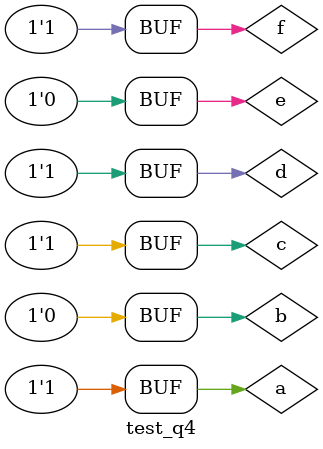
<source format=v>
`timescale 1ns / 1ps


module test_q4;

	// Inputs
	reg a;
	reg b;
	reg c;
	reg d;
	reg e;
	reg f;

	// Outputs
	wire z;

	// Instantiate the Unit Under Test (UUT)
	z uut (
		.a(a), 
		.b(b), 
		.c(c), 
		.d(d), 
		.e(e), 
		.f(f), 
		.z(z)
	);

	initial begin
	
		{a,b,c,d,e,f}=6'b010101;
		#50;
		{a,b,c,d,e,f}=6'b100101;
		#50;
		{a,b,c,d,e,f}=6'b000101;
		#50;
      {a,b,c,d,e,f}=6'b110101;
		#50;
		{a,b,c,d,e,f}=6'b111111;
		#50;
		{a,b,c,d,e,f}=6'b011101;
		#50;
		{a,b,c,d,e,f}=6'b101101;
		#50;
	
	end
      
endmodule


</source>
